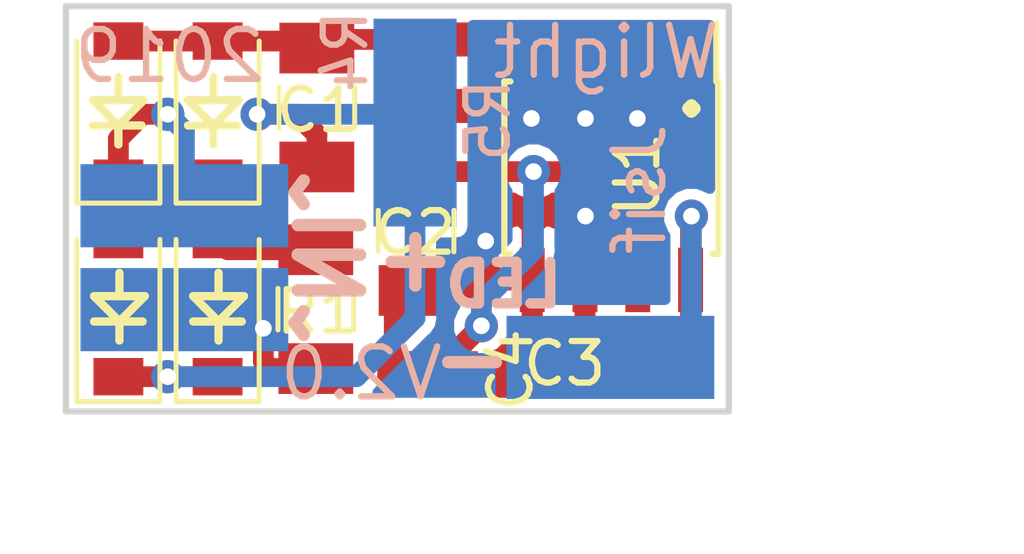
<source format=kicad_pcb>
(kicad_pcb (version 20171130) (host pcbnew "(5.0.0)")

  (general
    (thickness 1.6)
    (drawings 43)
    (tracks 79)
    (zones 0)
    (modules 16)
    (nets 8)
  )

  (page A4)
  (layers
    (0 F.Cu signal)
    (31 B.Cu signal)
    (32 B.Adhes user)
    (33 F.Adhes user)
    (34 B.Paste user)
    (35 F.Paste user)
    (36 B.SilkS user)
    (37 F.SilkS user)
    (38 B.Mask user)
    (39 F.Mask user)
    (40 Dwgs.User user)
    (41 Cmts.User user)
    (42 Eco1.User user)
    (43 Eco2.User user)
    (44 Edge.Cuts user)
    (45 Margin user)
    (46 B.CrtYd user)
    (47 F.CrtYd user)
    (48 B.Fab user hide)
    (49 F.Fab user hide)
  )

  (setup
    (last_trace_width 0.2)
    (user_trace_width 0.2)
    (user_trace_width 0.25)
    (user_trace_width 0.5)
    (trace_clearance 0.2)
    (zone_clearance 0.254)
    (zone_45_only yes)
    (trace_min 0.2)
    (segment_width 0.2)
    (edge_width 0.15)
    (via_size 1)
    (via_drill 0.6)
    (via_min_size 0.5)
    (via_min_drill 0.3)
    (user_via 0.8 0.4)
    (uvia_size 0.3)
    (uvia_drill 0.1)
    (uvias_allowed no)
    (uvia_min_size 0.2)
    (uvia_min_drill 0.1)
    (pcb_text_width 0.3)
    (pcb_text_size 1.5 1.5)
    (mod_edge_width 0.15)
    (mod_text_size 1 1)
    (mod_text_width 0.15)
    (pad_size 5 2)
    (pad_drill 0)
    (pad_to_mask_clearance 0.2)
    (aux_axis_origin 0 0)
    (visible_elements 7FFCFFFF)
    (pcbplotparams
      (layerselection 0x010fc_ffffffff)
      (usegerberextensions false)
      (usegerberattributes false)
      (usegerberadvancedattributes false)
      (creategerberjobfile false)
      (excludeedgelayer true)
      (linewidth 0.100000)
      (plotframeref false)
      (viasonmask false)
      (mode 1)
      (useauxorigin false)
      (hpglpennumber 1)
      (hpglpenspeed 20)
      (hpglpendiameter 15.000000)
      (psnegative false)
      (psa4output false)
      (plotreference true)
      (plotvalue true)
      (plotinvisibletext false)
      (padsonsilk false)
      (subtractmaskfromsilk false)
      (outputformat 1)
      (mirror false)
      (drillshape 0)
      (scaleselection 1)
      (outputdirectory "ModeltrainWagonLight2/"))
  )

  (net 0 "")
  (net 1 "Net-(C1-Pad1)")
  (net 2 "Net-(D1-Pad2)")
  (net 3 "Net-(D2-Pad2)")
  (net 4 "Net-(J1-Pad1)")
  (net 5 "Net-(C2-Pad1)")
  (net 6 "Net-(C3-Pad1)")
  (net 7 GND)

  (net_class Default "This is the default net class."
    (clearance 0.2)
    (trace_width 0.5)
    (via_dia 1)
    (via_drill 0.6)
    (uvia_dia 0.3)
    (uvia_drill 0.1)
    (add_net GND)
    (add_net "Net-(C1-Pad1)")
    (add_net "Net-(C2-Pad1)")
    (add_net "Net-(C3-Pad1)")
    (add_net "Net-(D1-Pad2)")
    (add_net "Net-(D2-Pad2)")
    (add_net "Net-(J1-Pad1)")
  )

  (net_class drawing ""
    (clearance 0.2)
    (trace_width 0.2)
    (via_dia 1)
    (via_drill 0.6)
    (uvia_dia 0.3)
    (uvia_drill 0.1)
  )

  (module Contact_fingers:Pin_Header_Straight_1x01_Pitch1.00mm (layer F.Cu) (tedit 5C118A79) (tstamp 5AC492DF)
    (at 203.1 119.5)
    (descr "Through hole straight pin header, 1x01, 1.00mm pitch, single row")
    (tags "Through hole pin header THT 1x01 1.00mm single row")
    (path /5ABBC139)
    (fp_text reference J4 (at 3.683 0) (layer F.SilkS) hide
      (effects (font (size 1 1) (thickness 0.15)))
    )
    (fp_text value Conn_01x01 (at 0 1.56) (layer F.Fab)
      (effects (font (size 1 1) (thickness 0.15)))
    )
    (fp_line (start -1.15 -1) (end -1.15 1) (layer F.CrtYd) (width 0.05))
    (fp_line (start -1.15 1) (end 1.15 1) (layer F.CrtYd) (width 0.05))
    (fp_line (start 1.15 1) (end 1.15 -1) (layer F.CrtYd) (width 0.05))
    (fp_line (start 1.15 -1) (end -1.15 -1) (layer F.CrtYd) (width 0.05))
    (fp_poly (pts (xy -2.4 -0.9) (xy 2.4 -0.9) (xy 2.4 0.9) (xy -2.4 0.9)) (layer B.Mask) (width 0.15))
    (fp_poly (pts (xy 2.159 -0.635) (xy -2.159 -0.635) (xy -2.159 0.635) (xy 2.159 0.635)) (layer B.Paste) (width 0.15))
    (pad 1 smd rect (at 0 0) (size 5 2) (layers B.Cu)
      (net 6 "Net-(C3-Pad1)"))
    (model ${KISYS3DMOD}/Pin_Headers.3dshapes/Pin_Header_Straight_1x01_Pitch1.00mm.wrl
      (at (xyz 0 0 0))
      (scale (xyz 1 1 1))
      (rotate (xyz 0 0 0))
    )
  )

  (module Contact_fingers:Pin_Header_Straight_1x01_Pitch1.00mm (layer F.Cu) (tedit 5C118A66) (tstamp 5C10E821)
    (at 198.4 113.85 270)
    (descr "Through hole straight pin header, 1x01, 1.00mm pitch, single row")
    (tags "Through hole pin header THT 1x01 1.00mm single row")
    (path /5ABBC0DE)
    (fp_text reference J3 (at 4.953 0) (layer F.SilkS) hide
      (effects (font (size 1 1) (thickness 0.15)))
    )
    (fp_text value Conn_01x01 (at 0 1.56 270) (layer F.Fab)
      (effects (font (size 1 1) (thickness 0.15)))
    )
    (fp_line (start -1.15 -1) (end -1.15 1) (layer F.CrtYd) (width 0.05))
    (fp_line (start -1.15 1) (end 1.15 1) (layer F.CrtYd) (width 0.05))
    (fp_line (start 1.15 1) (end 1.15 -1) (layer F.CrtYd) (width 0.05))
    (fp_line (start 1.15 -1) (end -1.15 -1) (layer F.CrtYd) (width 0.05))
    (fp_poly (pts (xy -2.4 -0.9) (xy 2.4 -0.9) (xy 2.4 0.9) (xy -2.4 0.9)) (layer B.Mask) (width 0.15))
    (fp_poly (pts (xy -2.159 -0.635) (xy 2.159 -0.635) (xy 2.159 0.635) (xy -2.159 0.635)) (layer B.Paste) (width 0.15))
    (pad 1 smd rect (at 0 0 270) (size 5 2) (layers B.Cu)
      (net 1 "Net-(C1-Pad1)"))
    (model ${KISYS3DMOD}/Pin_Headers.3dshapes/Pin_Header_Straight_1x01_Pitch1.00mm.wrl
      (at (xyz 0 0 0))
      (scale (xyz 1 1 1))
      (rotate (xyz 0 0 0))
    )
  )

  (module Contact_fingers:Pin_Header_Straight_1x01_Pitch1.00mm (layer F.Cu) (tedit 5C118A54) (tstamp 5C11C486)
    (at 192.85 118.35)
    (descr "Through hole straight pin header, 1x01, 1.00mm pitch, single row")
    (tags "Through hole pin header THT 1x01 1.00mm single row")
    (path /5ABBBE6F)
    (fp_text reference J1 (at 4.572 -0.254) (layer F.SilkS) hide
      (effects (font (size 1 1) (thickness 0.15)))
    )
    (fp_text value Conn_01x01 (at 0 1.56) (layer F.Fab)
      (effects (font (size 1 1) (thickness 0.15)))
    )
    (fp_line (start -1.15 -1) (end -1.15 1) (layer F.CrtYd) (width 0.05))
    (fp_line (start -1.15 1) (end 1.15 1) (layer F.CrtYd) (width 0.05))
    (fp_line (start 1.15 1) (end 1.15 -1) (layer F.CrtYd) (width 0.05))
    (fp_line (start 1.15 -1) (end -1.15 -1) (layer F.CrtYd) (width 0.05))
    (fp_poly (pts (xy -2.4 -0.9) (xy 2.4 -0.9) (xy 2.4 0.9) (xy -2.4 0.9)) (layer B.Mask) (width 0.15))
    (fp_poly (pts (xy -2.159 -0.635) (xy 2.159 -0.635) (xy 2.159 0.635) (xy -2.159 0.635)) (layer B.Paste) (width 0.15))
    (pad 1 smd rect (at 0 0) (size 5 2) (layers B.Cu)
      (net 4 "Net-(J1-Pad1)"))
    (model ${KISYS3DMOD}/Pin_Headers.3dshapes/Pin_Header_Straight_1x01_Pitch1.00mm.wrl
      (at (xyz 0 0 0))
      (scale (xyz 1 1 1))
      (rotate (xyz 0 0 0))
    )
  )

  (module Contact_fingers:Pin_Header_Straight_1x01_Pitch1.00mm (layer F.Cu) (tedit 5C118A42) (tstamp 5C10CCE0)
    (at 192.85 115.85)
    (descr "Through hole straight pin header, 1x01, 1.00mm pitch, single row")
    (tags "Through hole pin header THT 1x01 1.00mm single row")
    (path /5ABBBEC0)
    (fp_text reference J2 (at 4.572 0) (layer F.SilkS) hide
      (effects (font (size 1 1) (thickness 0.15)))
    )
    (fp_text value Conn_01x01 (at 0 1.56) (layer F.Fab)
      (effects (font (size 1 1) (thickness 0.15)))
    )
    (fp_line (start -1.15 -1) (end -1.15 1) (layer F.CrtYd) (width 0.05))
    (fp_line (start -1.15 1) (end 1.15 1) (layer F.CrtYd) (width 0.05))
    (fp_line (start 1.15 1) (end 1.15 -1) (layer F.CrtYd) (width 0.05))
    (fp_line (start 1.15 -1) (end -1.15 -1) (layer F.CrtYd) (width 0.05))
    (fp_poly (pts (xy 2.4 -0.9) (xy -2.4 -0.9) (xy -2.4 0.9) (xy 2.4 0.9)) (layer B.Mask) (width 0.15))
    (fp_poly (pts (xy -2.159 -0.635) (xy 2.159 -0.635) (xy 2.159 0.635) (xy -2.159 0.635)) (layer B.Paste) (width 0.15))
    (pad 1 smd rect (at 0 0) (size 5 2) (layers B.Cu)
      (net 3 "Net-(D2-Pad2)"))
    (model ${KISYS3DMOD}/Pin_Headers.3dshapes/Pin_Header_Straight_1x01_Pitch1.00mm.wrl
      (at (xyz 0 0 0))
      (scale (xyz 1 1 1))
      (rotate (xyz 0 0 0))
    )
  )

  (module Diodes_SMD:D_SOD-123 (layer F.Cu) (tedit 5C10CB47) (tstamp 5AC3857C)
    (at 193.6496 113.538 90)
    (descr SOD-123)
    (tags SOD-123)
    (path /5C10E9F9)
    (attr smd)
    (fp_text reference D3 (at 3.683 0 90) (layer F.SilkS) hide
      (effects (font (size 1 1) (thickness 0.15)))
    )
    (fp_text value STPS0540Z (at 0 2.1 90) (layer F.Fab)
      (effects (font (size 1 1) (thickness 0.15)))
    )
    (fp_line (start -2.25 -1) (end -2.25 1) (layer F.SilkS) (width 0.12))
    (fp_line (start 0.25 0) (end 0.75 0) (layer F.Fab) (width 0.1))
    (fp_line (start 0.25 0.4) (end -0.35 0) (layer F.Fab) (width 0.1))
    (fp_line (start 0.25 -0.4) (end 0.25 0.4) (layer F.Fab) (width 0.1))
    (fp_line (start -0.35 0) (end 0.25 -0.4) (layer F.Fab) (width 0.1))
    (fp_line (start -0.35 0) (end -0.35 0.55) (layer F.Fab) (width 0.1))
    (fp_line (start -0.35 0) (end -0.35 -0.55) (layer F.Fab) (width 0.1))
    (fp_line (start -0.75 0) (end -0.35 0) (layer F.Fab) (width 0.1))
    (fp_line (start -1.4 0.9) (end -1.4 -0.9) (layer F.Fab) (width 0.1))
    (fp_line (start 1.4 0.9) (end -1.4 0.9) (layer F.Fab) (width 0.1))
    (fp_line (start 1.4 -0.9) (end 1.4 0.9) (layer F.Fab) (width 0.1))
    (fp_line (start -1.4 -0.9) (end 1.4 -0.9) (layer F.Fab) (width 0.1))
    (fp_line (start -2.35 -1.15) (end 2.35 -1.15) (layer F.CrtYd) (width 0.05))
    (fp_line (start 2.35 -1.15) (end 2.35 1.15) (layer F.CrtYd) (width 0.05))
    (fp_line (start 2.35 1.15) (end -2.35 1.15) (layer F.CrtYd) (width 0.05))
    (fp_line (start -2.35 -1.15) (end -2.35 1.15) (layer F.CrtYd) (width 0.05))
    (fp_line (start -2.25 1) (end 1.65 1) (layer F.SilkS) (width 0.12))
    (fp_line (start -2.25 -1) (end 1.65 -1) (layer F.SilkS) (width 0.12))
    (pad 1 smd rect (at -1.65 0 90) (size 0.9 1.2) (layers F.Cu F.Paste F.Mask)
      (net 2 "Net-(D1-Pad2)"))
    (pad 2 smd rect (at 1.65 0 90) (size 0.9 1.2) (layers F.Cu F.Paste F.Mask)
      (net 7 GND))
    (model ${KISYS3DMOD}/Diode_SMD.3dshapes/D_SOD-123.wrl
      (at (xyz 0 0 0))
      (scale (xyz 1 1 1))
      (rotate (xyz 0 0 0))
    )
  )

  (module Diodes_SMD:D_SOD-123 (layer F.Cu) (tedit 5C10CB42) (tstamp 5AC38581)
    (at 191.262 113.538 90)
    (descr SOD-123)
    (tags SOD-123)
    (path /5C10EA75)
    (attr smd)
    (fp_text reference D4 (at 3.683 0 90) (layer F.SilkS) hide
      (effects (font (size 1 1) (thickness 0.15)))
    )
    (fp_text value STPS0540Z (at 0 2.1 90) (layer F.Fab)
      (effects (font (size 1 1) (thickness 0.15)))
    )
    (fp_line (start -2.25 -1) (end -2.25 1) (layer F.SilkS) (width 0.12))
    (fp_line (start 0.25 0) (end 0.75 0) (layer F.Fab) (width 0.1))
    (fp_line (start 0.25 0.4) (end -0.35 0) (layer F.Fab) (width 0.1))
    (fp_line (start 0.25 -0.4) (end 0.25 0.4) (layer F.Fab) (width 0.1))
    (fp_line (start -0.35 0) (end 0.25 -0.4) (layer F.Fab) (width 0.1))
    (fp_line (start -0.35 0) (end -0.35 0.55) (layer F.Fab) (width 0.1))
    (fp_line (start -0.35 0) (end -0.35 -0.55) (layer F.Fab) (width 0.1))
    (fp_line (start -0.75 0) (end -0.35 0) (layer F.Fab) (width 0.1))
    (fp_line (start -1.4 0.9) (end -1.4 -0.9) (layer F.Fab) (width 0.1))
    (fp_line (start 1.4 0.9) (end -1.4 0.9) (layer F.Fab) (width 0.1))
    (fp_line (start 1.4 -0.9) (end 1.4 0.9) (layer F.Fab) (width 0.1))
    (fp_line (start -1.4 -0.9) (end 1.4 -0.9) (layer F.Fab) (width 0.1))
    (fp_line (start -2.35 -1.15) (end 2.35 -1.15) (layer F.CrtYd) (width 0.05))
    (fp_line (start 2.35 -1.15) (end 2.35 1.15) (layer F.CrtYd) (width 0.05))
    (fp_line (start 2.35 1.15) (end -2.35 1.15) (layer F.CrtYd) (width 0.05))
    (fp_line (start -2.35 -1.15) (end -2.35 1.15) (layer F.CrtYd) (width 0.05))
    (fp_line (start -2.25 1) (end 1.65 1) (layer F.SilkS) (width 0.12))
    (fp_line (start -2.25 -1) (end 1.65 -1) (layer F.SilkS) (width 0.12))
    (pad 1 smd rect (at -1.65 0 90) (size 0.9 1.2) (layers F.Cu F.Paste F.Mask)
      (net 3 "Net-(D2-Pad2)"))
    (pad 2 smd rect (at 1.65 0 90) (size 0.9 1.2) (layers F.Cu F.Paste F.Mask)
      (net 7 GND))
    (model ${KISYS3DMOD}/Diode_SMD.3dshapes/D_SOD-123.wrl
      (at (xyz 0 0 0))
      (scale (xyz 1 1 1))
      (rotate (xyz 0 0 0))
    )
  )

  (module Capacitor_SMD:C_1206_3216Metric (layer F.Cu) (tedit 5C11872D) (tstamp 5C11A43E)
    (at 196.0372 113.4872 90)
    (descr "Capacitor SMD 1206 (3216 Metric), square (rectangular) end terminal, IPC_7351 nominal, (Body size source: http://www.tortai-tech.com/upload/download/2011102023233369053.pdf), generated with kicad-footprint-generator")
    (tags capacitor)
    (path /5C1828A9)
    (attr smd)
    (fp_text reference C1 (at -0.0628 0.0128 180) (layer F.SilkS)
      (effects (font (size 1 1) (thickness 0.15)))
    )
    (fp_text value 22u (at 0 1.85 90) (layer F.Fab)
      (effects (font (size 1 1) (thickness 0.15)))
    )
    (fp_line (start -1.6 0.8) (end -1.6 -0.8) (layer F.Fab) (width 0.1))
    (fp_line (start -1.6 -0.8) (end 1.6 -0.8) (layer F.Fab) (width 0.1))
    (fp_line (start 1.6 -0.8) (end 1.6 0.8) (layer F.Fab) (width 0.1))
    (fp_line (start 1.6 0.8) (end -1.6 0.8) (layer F.Fab) (width 0.1))
    (fp_line (start -0.5 -0.91) (end 0.5 -0.91) (layer F.SilkS) (width 0.12))
    (fp_line (start -0.5 0.91) (end 0.5 0.91) (layer F.SilkS) (width 0.12))
    (fp_line (start -2.29 1.15) (end -2.29 -1.15) (layer F.CrtYd) (width 0.05))
    (fp_line (start -2.29 -1.15) (end 2.29 -1.15) (layer F.CrtYd) (width 0.05))
    (fp_line (start 2.29 -1.15) (end 2.29 1.15) (layer F.CrtYd) (width 0.05))
    (fp_line (start 2.29 1.15) (end -2.29 1.15) (layer F.CrtYd) (width 0.05))
    (fp_text user %R (at 0 0 90) (layer F.Fab)
      (effects (font (size 0.8 0.8) (thickness 0.12)))
    )
    (pad 1 smd rect (at -1.43 0 90) (size 1.22 1.8) (layers F.Cu F.Paste F.Mask)
      (net 1 "Net-(C1-Pad1)"))
    (pad 2 smd rect (at 1.43 0 90) (size 1.22 1.8) (layers F.Cu F.Paste F.Mask)
      (net 7 GND))
    (model ${KISYS3DMOD}/Capacitor_SMD.3dshapes/C_1206_3216Metric.wrl
      (at (xyz 0 0 0))
      (scale (xyz 1 1 1))
      (rotate (xyz 0 0 0))
    )
  )

  (module Capacitor_SMD:C_1206_3216Metric (layer F.Cu) (tedit 5AC5DB74) (tstamp 5C11A44E)
    (at 198.4248 116.459 270)
    (descr "Capacitor SMD 1206 (3216 Metric), square (rectangular) end terminal, IPC_7351 nominal, (Body size source: http://www.tortai-tech.com/upload/download/2011102023233369053.pdf), generated with kicad-footprint-generator")
    (tags capacitor)
    (path /5C182A5F)
    (attr smd)
    (fp_text reference C2 (at 0.041 0.0248) (layer F.SilkS)
      (effects (font (size 1 1) (thickness 0.15)))
    )
    (fp_text value 22u (at 0 1.85 270) (layer F.Fab)
      (effects (font (size 1 1) (thickness 0.15)))
    )
    (fp_text user %R (at 0 0 270) (layer F.Fab)
      (effects (font (size 0.8 0.8) (thickness 0.12)))
    )
    (fp_line (start 2.29 1.15) (end -2.29 1.15) (layer F.CrtYd) (width 0.05))
    (fp_line (start 2.29 -1.15) (end 2.29 1.15) (layer F.CrtYd) (width 0.05))
    (fp_line (start -2.29 -1.15) (end 2.29 -1.15) (layer F.CrtYd) (width 0.05))
    (fp_line (start -2.29 1.15) (end -2.29 -1.15) (layer F.CrtYd) (width 0.05))
    (fp_line (start -0.5 0.91) (end 0.5 0.91) (layer F.SilkS) (width 0.12))
    (fp_line (start -0.5 -0.91) (end 0.5 -0.91) (layer F.SilkS) (width 0.12))
    (fp_line (start 1.6 0.8) (end -1.6 0.8) (layer F.Fab) (width 0.1))
    (fp_line (start 1.6 -0.8) (end 1.6 0.8) (layer F.Fab) (width 0.1))
    (fp_line (start -1.6 -0.8) (end 1.6 -0.8) (layer F.Fab) (width 0.1))
    (fp_line (start -1.6 0.8) (end -1.6 -0.8) (layer F.Fab) (width 0.1))
    (pad 2 smd rect (at 1.43 0 270) (size 1.22 1.8) (layers F.Cu F.Paste F.Mask)
      (net 7 GND))
    (pad 1 smd rect (at -1.43 0 270) (size 1.22 1.8) (layers F.Cu F.Paste F.Mask)
      (net 5 "Net-(C2-Pad1)"))
    (model ${KISYS3DMOD}/Capacitor_SMD.3dshapes/C_1206_3216Metric.wrl
      (at (xyz 0 0 0))
      (scale (xyz 1 1 1))
      (rotate (xyz 0 0 0))
    )
  )

  (module Diode_SMD:D_SOD-123 (layer F.Cu) (tedit 5C11837E) (tstamp 5C11A47E)
    (at 193.6496 118.3132 90)
    (descr SOD-123)
    (tags SOD-123)
    (path /5A9520CA)
    (attr smd)
    (fp_text reference D1 (at -3.3868 0.0004 180) (layer F.SilkS) hide
      (effects (font (size 1 1) (thickness 0.15)))
    )
    (fp_text value STPS0540Z (at 0 2.1 90) (layer F.Fab)
      (effects (font (size 1 1) (thickness 0.15)))
    )
    (fp_line (start -2.25 -1) (end 1.65 -1) (layer F.SilkS) (width 0.12))
    (fp_line (start -2.25 1) (end 1.65 1) (layer F.SilkS) (width 0.12))
    (fp_line (start -2.35 -1.15) (end -2.35 1.15) (layer F.CrtYd) (width 0.05))
    (fp_line (start 2.35 1.15) (end -2.35 1.15) (layer F.CrtYd) (width 0.05))
    (fp_line (start 2.35 -1.15) (end 2.35 1.15) (layer F.CrtYd) (width 0.05))
    (fp_line (start -2.35 -1.15) (end 2.35 -1.15) (layer F.CrtYd) (width 0.05))
    (fp_line (start -1.4 -0.9) (end 1.4 -0.9) (layer F.Fab) (width 0.1))
    (fp_line (start 1.4 -0.9) (end 1.4 0.9) (layer F.Fab) (width 0.1))
    (fp_line (start 1.4 0.9) (end -1.4 0.9) (layer F.Fab) (width 0.1))
    (fp_line (start -1.4 0.9) (end -1.4 -0.9) (layer F.Fab) (width 0.1))
    (fp_line (start -0.75 0) (end -0.35 0) (layer F.Fab) (width 0.1))
    (fp_line (start -0.35 0) (end -0.35 -0.55) (layer F.Fab) (width 0.1))
    (fp_line (start -0.35 0) (end -0.35 0.55) (layer F.Fab) (width 0.1))
    (fp_line (start -0.35 0) (end 0.25 -0.4) (layer F.Fab) (width 0.1))
    (fp_line (start 0.25 -0.4) (end 0.25 0.4) (layer F.Fab) (width 0.1))
    (fp_line (start 0.25 0.4) (end -0.35 0) (layer F.Fab) (width 0.1))
    (fp_line (start 0.25 0) (end 0.75 0) (layer F.Fab) (width 0.1))
    (fp_line (start -2.25 -1) (end -2.25 1) (layer F.SilkS) (width 0.12))
    (fp_text user %R (at 0 -2 90) (layer F.Fab)
      (effects (font (size 1 1) (thickness 0.15)))
    )
    (pad 2 smd rect (at 1.65 0 90) (size 0.9 1.2) (layers F.Cu F.Paste F.Mask)
      (net 2 "Net-(D1-Pad2)"))
    (pad 1 smd rect (at -1.65 0 90) (size 0.9 1.2) (layers F.Cu F.Paste F.Mask)
      (net 1 "Net-(C1-Pad1)"))
    (model ${KISYS3DMOD}/Diode_SMD.3dshapes/D_SOD-123.wrl
      (at (xyz 0 0 0))
      (scale (xyz 1 1 1))
      (rotate (xyz 0 0 0))
    )
  )

  (module Diode_SMD:D_SOD-123 (layer F.Cu) (tedit 58645DC7) (tstamp 5C11A496)
    (at 191.262 118.3132 90)
    (descr SOD-123)
    (tags SOD-123)
    (path /5C10E997)
    (attr smd)
    (fp_text reference D2 (at -3.5306 0 180) (layer F.SilkS) hide
      (effects (font (size 1 1) (thickness 0.15)))
    )
    (fp_text value STPS0540Z (at 0 2.1 90) (layer F.Fab)
      (effects (font (size 1 1) (thickness 0.15)))
    )
    (fp_text user %R (at 0 -2 90) (layer F.Fab)
      (effects (font (size 1 1) (thickness 0.15)))
    )
    (fp_line (start -2.25 -1) (end -2.25 1) (layer F.SilkS) (width 0.12))
    (fp_line (start 0.25 0) (end 0.75 0) (layer F.Fab) (width 0.1))
    (fp_line (start 0.25 0.4) (end -0.35 0) (layer F.Fab) (width 0.1))
    (fp_line (start 0.25 -0.4) (end 0.25 0.4) (layer F.Fab) (width 0.1))
    (fp_line (start -0.35 0) (end 0.25 -0.4) (layer F.Fab) (width 0.1))
    (fp_line (start -0.35 0) (end -0.35 0.55) (layer F.Fab) (width 0.1))
    (fp_line (start -0.35 0) (end -0.35 -0.55) (layer F.Fab) (width 0.1))
    (fp_line (start -0.75 0) (end -0.35 0) (layer F.Fab) (width 0.1))
    (fp_line (start -1.4 0.9) (end -1.4 -0.9) (layer F.Fab) (width 0.1))
    (fp_line (start 1.4 0.9) (end -1.4 0.9) (layer F.Fab) (width 0.1))
    (fp_line (start 1.4 -0.9) (end 1.4 0.9) (layer F.Fab) (width 0.1))
    (fp_line (start -1.4 -0.9) (end 1.4 -0.9) (layer F.Fab) (width 0.1))
    (fp_line (start -2.35 -1.15) (end 2.35 -1.15) (layer F.CrtYd) (width 0.05))
    (fp_line (start 2.35 -1.15) (end 2.35 1.15) (layer F.CrtYd) (width 0.05))
    (fp_line (start 2.35 1.15) (end -2.35 1.15) (layer F.CrtYd) (width 0.05))
    (fp_line (start -2.35 -1.15) (end -2.35 1.15) (layer F.CrtYd) (width 0.05))
    (fp_line (start -2.25 1) (end 1.65 1) (layer F.SilkS) (width 0.12))
    (fp_line (start -2.25 -1) (end 1.65 -1) (layer F.SilkS) (width 0.12))
    (pad 1 smd rect (at -1.65 0 90) (size 0.9 1.2) (layers F.Cu F.Paste F.Mask)
      (net 1 "Net-(C1-Pad1)"))
    (pad 2 smd rect (at 1.65 0 90) (size 0.9 1.2) (layers F.Cu F.Paste F.Mask)
      (net 3 "Net-(D2-Pad2)"))
    (model ${KISYS3DMOD}/Diode_SMD.3dshapes/D_SOD-123.wrl
      (at (xyz 0 0 0))
      (scale (xyz 1 1 1))
      (rotate (xyz 0 0 0))
    )
  )

  (module Package_SO:SOIC-8_3.9x4.9mm_P1.27mm (layer F.Cu) (tedit 5A02F2D3) (tstamp 5C11BD4E)
    (at 203.1238 114.935 270)
    (descr "8-Lead Plastic Small Outline (SN) - Narrow, 3.90 mm Body [SOIC] (see Microchip Packaging Specification 00000049BS.pdf)")
    (tags "SOIC 1.27")
    (path /5AC38140)
    (attr smd)
    (fp_text reference U1 (at 0.165 -0.6262 270) (layer F.SilkS)
      (effects (font (size 1 1) (thickness 0.15)))
    )
    (fp_text value LP2951DR (at 0 3.5 270) (layer F.Fab)
      (effects (font (size 1 1) (thickness 0.15)))
    )
    (fp_text user %R (at 0 0 270) (layer F.Fab)
      (effects (font (size 1 1) (thickness 0.15)))
    )
    (fp_line (start -0.95 -2.45) (end 1.95 -2.45) (layer F.Fab) (width 0.1))
    (fp_line (start 1.95 -2.45) (end 1.95 2.45) (layer F.Fab) (width 0.1))
    (fp_line (start 1.95 2.45) (end -1.95 2.45) (layer F.Fab) (width 0.1))
    (fp_line (start -1.95 2.45) (end -1.95 -1.45) (layer F.Fab) (width 0.1))
    (fp_line (start -1.95 -1.45) (end -0.95 -2.45) (layer F.Fab) (width 0.1))
    (fp_line (start -3.73 -2.7) (end -3.73 2.7) (layer F.CrtYd) (width 0.05))
    (fp_line (start 3.73 -2.7) (end 3.73 2.7) (layer F.CrtYd) (width 0.05))
    (fp_line (start -3.73 -2.7) (end 3.73 -2.7) (layer F.CrtYd) (width 0.05))
    (fp_line (start -3.73 2.7) (end 3.73 2.7) (layer F.CrtYd) (width 0.05))
    (fp_line (start -2.075 -2.575) (end -2.075 -2.525) (layer F.SilkS) (width 0.15))
    (fp_line (start 2.075 -2.575) (end 2.075 -2.43) (layer F.SilkS) (width 0.15))
    (fp_line (start 2.075 2.575) (end 2.075 2.43) (layer F.SilkS) (width 0.15))
    (fp_line (start -2.075 2.575) (end -2.075 2.43) (layer F.SilkS) (width 0.15))
    (fp_line (start -2.075 -2.575) (end 2.075 -2.575) (layer F.SilkS) (width 0.15))
    (fp_line (start -2.075 2.575) (end 2.075 2.575) (layer F.SilkS) (width 0.15))
    (fp_line (start -2.075 -2.525) (end -3.475 -2.525) (layer F.SilkS) (width 0.15))
    (pad 1 smd rect (at -2.7 -1.905 270) (size 1.55 0.6) (layers F.Cu F.Paste F.Mask)
      (net 5 "Net-(C2-Pad1)"))
    (pad 2 smd rect (at -2.7 -0.635 270) (size 1.55 0.6) (layers F.Cu F.Paste F.Mask)
      (net 7 GND))
    (pad 3 smd rect (at -2.7 0.635 270) (size 1.55 0.6) (layers F.Cu F.Paste F.Mask)
      (net 7 GND))
    (pad 4 smd rect (at -2.7 1.905 270) (size 1.55 0.6) (layers F.Cu F.Paste F.Mask)
      (net 7 GND))
    (pad 5 smd rect (at 2.7 1.905 270) (size 1.55 0.6) (layers F.Cu F.Paste F.Mask)
      (net 7 GND))
    (pad 6 smd rect (at 2.7 0.635 270) (size 1.55 0.6) (layers F.Cu F.Paste F.Mask)
      (net 7 GND))
    (pad 7 smd rect (at 2.7 -0.635 270) (size 1.55 0.6) (layers F.Cu F.Paste F.Mask)
      (net 5 "Net-(C2-Pad1)"))
    (pad 8 smd rect (at 2.7 -1.905 270) (size 1.55 0.6) (layers F.Cu F.Paste F.Mask)
      (net 6 "Net-(C3-Pad1)"))
    (model ${KISYS3DMOD}/Package_SO.3dshapes/SOIC-8_3.9x4.9mm_P1.27mm.wrl
      (at (xyz 0 0 0))
      (scale (xyz 1 1 1))
      (rotate (xyz 0 0 0))
    )
  )

  (module Resistor_SMD:R_0603_1608Metric (layer F.Cu) (tedit 5C1183D8) (tstamp 5C118EC5)
    (at 198.0184 112.649 270)
    (descr "Resistor SMD 0603 (1608 Metric), square (rectangular) end terminal, IPC_7351 nominal, (Body size source: http://www.tortai-tech.com/upload/download/2011102023233369053.pdf), generated with kicad-footprint-generator")
    (tags resistor)
    (path /5AB3A528)
    (attr smd)
    (fp_text reference R4 (at -0.508 1.2954 270) (layer B.SilkS)
      (effects (font (size 1 1) (thickness 0.15)) (justify mirror))
    )
    (fp_text value 470E (at 0 1.45 270) (layer F.Fab)
      (effects (font (size 1 1) (thickness 0.15)))
    )
    (fp_text user %R (at 0 0 270) (layer F.Fab)
      (effects (font (size 0.4 0.4) (thickness 0.06)))
    )
    (fp_line (start 1.46 0.75) (end -1.46 0.75) (layer F.CrtYd) (width 0.05))
    (fp_line (start 1.46 -0.75) (end 1.46 0.75) (layer F.CrtYd) (width 0.05))
    (fp_line (start -1.46 -0.75) (end 1.46 -0.75) (layer F.CrtYd) (width 0.05))
    (fp_line (start -1.46 0.75) (end -1.46 -0.75) (layer F.CrtYd) (width 0.05))
    (fp_line (start 0.8 0.4) (end -0.8 0.4) (layer F.Fab) (width 0.1))
    (fp_line (start 0.8 -0.4) (end 0.8 0.4) (layer F.Fab) (width 0.1))
    (fp_line (start -0.8 -0.4) (end 0.8 -0.4) (layer F.Fab) (width 0.1))
    (fp_line (start -0.8 0.4) (end -0.8 -0.4) (layer F.Fab) (width 0.1))
    (pad 2 smd rect (at 0.8 0 270) (size 0.82 1) (layers F.Cu F.Paste F.Mask)
      (net 5 "Net-(C2-Pad1)"))
    (pad 1 smd rect (at -0.8 0 270) (size 0.82 1) (layers F.Cu F.Paste F.Mask)
      (net 7 GND))
    (model ${KISYS3DMOD}/Resistor_SMD.3dshapes/R_0603_1608Metric.wrl
      (at (xyz 0 0 0))
      (scale (xyz 1 1 1))
      (rotate (xyz 0 0 0))
    )
  )

  (module Resistor_SMD:R_0603_1608Metric (layer F.Cu) (tedit 5C1183DC) (tstamp 5C11B163)
    (at 199.5932 112.649 270)
    (descr "Resistor SMD 0603 (1608 Metric), square (rectangular) end terminal, IPC_7351 nominal, (Body size source: http://www.tortai-tech.com/upload/download/2011102023233369053.pdf), generated with kicad-footprint-generator")
    (tags resistor)
    (path /5ABB5CE8)
    (attr smd)
    (fp_text reference R5 (at 1.143 -0.5588 270) (layer B.SilkS)
      (effects (font (size 1 1) (thickness 0.15)) (justify mirror))
    )
    (fp_text value NP (at 0 1.45 270) (layer F.Fab)
      (effects (font (size 1 1) (thickness 0.15)))
    )
    (fp_line (start -0.8 0.4) (end -0.8 -0.4) (layer F.Fab) (width 0.1))
    (fp_line (start -0.8 -0.4) (end 0.8 -0.4) (layer F.Fab) (width 0.1))
    (fp_line (start 0.8 -0.4) (end 0.8 0.4) (layer F.Fab) (width 0.1))
    (fp_line (start 0.8 0.4) (end -0.8 0.4) (layer F.Fab) (width 0.1))
    (fp_line (start -1.46 0.75) (end -1.46 -0.75) (layer F.CrtYd) (width 0.05))
    (fp_line (start -1.46 -0.75) (end 1.46 -0.75) (layer F.CrtYd) (width 0.05))
    (fp_line (start 1.46 -0.75) (end 1.46 0.75) (layer F.CrtYd) (width 0.05))
    (fp_line (start 1.46 0.75) (end -1.46 0.75) (layer F.CrtYd) (width 0.05))
    (fp_text user %R (at 0 0 270) (layer F.Fab)
      (effects (font (size 0.4 0.4) (thickness 0.06)))
    )
    (pad 1 smd rect (at -0.8 0 270) (size 0.82 1) (layers F.Cu F.Paste F.Mask)
      (net 7 GND))
    (pad 2 smd rect (at 0.8 0 270) (size 0.82 1) (layers F.Cu F.Paste F.Mask)
      (net 5 "Net-(C2-Pad1)"))
    (model ${KISYS3DMOD}/Resistor_SMD.3dshapes/R_0603_1608Metric.wrl
      (at (xyz 0 0 0))
      (scale (xyz 1 1 1))
      (rotate (xyz 0 0 0))
    )
  )

  (module Capacitor_SMD:C_0603_1608Metric (layer F.Cu) (tedit 5AC5DB74) (tstamp 5C11BCEC)
    (at 204.3684 119.507 180)
    (descr "Capacitor SMD 0603 (1608 Metric), square (rectangular) end terminal, IPC_7351 nominal, (Body size source: http://www.tortai-tech.com/upload/download/2011102023233369053.pdf), generated with kicad-footprint-generator")
    (tags capacitor)
    (path /5AC4A12F)
    (attr smd)
    (fp_text reference C3 (at 2.3684 -0.143 180) (layer F.SilkS)
      (effects (font (size 1 1) (thickness 0.15)))
    )
    (fp_text value 100n (at 0 1.45 180) (layer F.Fab)
      (effects (font (size 1 1) (thickness 0.15)))
    )
    (fp_line (start -0.8 0.4) (end -0.8 -0.4) (layer F.Fab) (width 0.1))
    (fp_line (start -0.8 -0.4) (end 0.8 -0.4) (layer F.Fab) (width 0.1))
    (fp_line (start 0.8 -0.4) (end 0.8 0.4) (layer F.Fab) (width 0.1))
    (fp_line (start 0.8 0.4) (end -0.8 0.4) (layer F.Fab) (width 0.1))
    (fp_line (start -1.46 0.75) (end -1.46 -0.75) (layer F.CrtYd) (width 0.05))
    (fp_line (start -1.46 -0.75) (end 1.46 -0.75) (layer F.CrtYd) (width 0.05))
    (fp_line (start 1.46 -0.75) (end 1.46 0.75) (layer F.CrtYd) (width 0.05))
    (fp_line (start 1.46 0.75) (end -1.46 0.75) (layer F.CrtYd) (width 0.05))
    (fp_text user %R (at 0 0 180) (layer F.Fab)
      (effects (font (size 0.4 0.4) (thickness 0.06)))
    )
    (pad 1 smd rect (at -0.8 0 180) (size 0.82 1) (layers F.Cu F.Paste F.Mask)
      (net 6 "Net-(C3-Pad1)"))
    (pad 2 smd rect (at 0.8 0 180) (size 0.82 1) (layers F.Cu F.Paste F.Mask)
      (net 7 GND))
    (model ${KISYS3DMOD}/Capacitor_SMD.3dshapes/C_0603_1608Metric.wrl
      (at (xyz 0 0 0))
      (scale (xyz 1 1 1))
      (rotate (xyz 0 0 0))
    )
  )

  (module Capacitor_SMD:C_0603_1608Metric (layer F.Cu) (tedit 5AC5DB74) (tstamp 5C11BD16)
    (at 198.7 119.85 180)
    (descr "Capacitor SMD 0603 (1608 Metric), square (rectangular) end terminal, IPC_7351 nominal, (Body size source: http://www.tortai-tech.com/upload/download/2011102023233369053.pdf), generated with kicad-footprint-generator")
    (tags capacitor)
    (path /5C10E574)
    (attr smd)
    (fp_text reference C4 (at -2 0.05 90) (layer F.SilkS)
      (effects (font (size 1 1) (thickness 0.15)))
    )
    (fp_text value 100n (at 0 1.45 180) (layer F.Fab)
      (effects (font (size 1 1) (thickness 0.15)))
    )
    (fp_text user %R (at 0 0 180) (layer F.Fab)
      (effects (font (size 0.4 0.4) (thickness 0.06)))
    )
    (fp_line (start 1.46 0.75) (end -1.46 0.75) (layer F.CrtYd) (width 0.05))
    (fp_line (start 1.46 -0.75) (end 1.46 0.75) (layer F.CrtYd) (width 0.05))
    (fp_line (start -1.46 -0.75) (end 1.46 -0.75) (layer F.CrtYd) (width 0.05))
    (fp_line (start -1.46 0.75) (end -1.46 -0.75) (layer F.CrtYd) (width 0.05))
    (fp_line (start 0.8 0.4) (end -0.8 0.4) (layer F.Fab) (width 0.1))
    (fp_line (start 0.8 -0.4) (end 0.8 0.4) (layer F.Fab) (width 0.1))
    (fp_line (start -0.8 -0.4) (end 0.8 -0.4) (layer F.Fab) (width 0.1))
    (fp_line (start -0.8 0.4) (end -0.8 -0.4) (layer F.Fab) (width 0.1))
    (pad 2 smd rect (at 0.8 0 180) (size 0.82 1) (layers F.Cu F.Paste F.Mask)
      (net 7 GND))
    (pad 1 smd rect (at -0.8 0 180) (size 0.82 1) (layers F.Cu F.Paste F.Mask)
      (net 5 "Net-(C2-Pad1)"))
    (model ${KISYS3DMOD}/Capacitor_SMD.3dshapes/C_0603_1608Metric.wrl
      (at (xyz 0 0 0))
      (scale (xyz 1 1 1))
      (rotate (xyz 0 0 0))
    )
  )

  (module Resistor_SMD:R_1206_3216Metric (layer F.Cu) (tedit 5AC5DB74) (tstamp 5C11BC35)
    (at 196.0118 118.3386 90)
    (descr "Resistor SMD 1206 (3216 Metric), square (rectangular) end terminal, IPC_7351 nominal, (Body size source: http://www.tortai-tech.com/upload/download/2011102023233369053.pdf), generated with kicad-footprint-generator")
    (tags resistor)
    (path /5A952272)
    (attr smd)
    (fp_text reference R1 (at -0.0614 0.0382 180) (layer F.SilkS)
      (effects (font (size 1 1) (thickness 0.15)))
    )
    (fp_text value 47E (at 0 1.85 90) (layer F.Fab)
      (effects (font (size 1 1) (thickness 0.15)))
    )
    (fp_line (start -1.6 0.8) (end -1.6 -0.8) (layer F.Fab) (width 0.1))
    (fp_line (start -1.6 -0.8) (end 1.6 -0.8) (layer F.Fab) (width 0.1))
    (fp_line (start 1.6 -0.8) (end 1.6 0.8) (layer F.Fab) (width 0.1))
    (fp_line (start 1.6 0.8) (end -1.6 0.8) (layer F.Fab) (width 0.1))
    (fp_line (start -0.5 -0.91) (end 0.5 -0.91) (layer F.SilkS) (width 0.12))
    (fp_line (start -0.5 0.91) (end 0.5 0.91) (layer F.SilkS) (width 0.12))
    (fp_line (start -2.29 1.15) (end -2.29 -1.15) (layer F.CrtYd) (width 0.05))
    (fp_line (start -2.29 -1.15) (end 2.29 -1.15) (layer F.CrtYd) (width 0.05))
    (fp_line (start 2.29 -1.15) (end 2.29 1.15) (layer F.CrtYd) (width 0.05))
    (fp_line (start 2.29 1.15) (end -2.29 1.15) (layer F.CrtYd) (width 0.05))
    (fp_text user %R (at 0 0 90) (layer F.Fab)
      (effects (font (size 0.8 0.8) (thickness 0.12)))
    )
    (pad 1 smd rect (at -1.43 0 90) (size 1.22 1.8) (layers F.Cu F.Paste F.Mask)
      (net 4 "Net-(J1-Pad1)"))
    (pad 2 smd rect (at 1.43 0 90) (size 1.22 1.8) (layers F.Cu F.Paste F.Mask)
      (net 2 "Net-(D1-Pad2)"))
    (model ${KISYS3DMOD}/Resistor_SMD.3dshapes/R_1206_3216Metric.wrl
      (at (xyz 0 0 0))
      (scale (xyz 1 1 1))
      (rotate (xyz 0 0 0))
    )
  )

  (gr_text V2.0 (at 197.104 119.888) (layer B.SilkS) (tstamp 5C118F00)
    (effects (font (size 1.2 1.2) (thickness 0.153)) (justify mirror))
  )
  (gr_text Wlight (at 203 112.15) (layer B.SilkS) (tstamp 5C11CA51)
    (effects (font (size 1.2 1.2) (thickness 0.153)) (justify mirror))
  )
  (gr_text 2019 (at 192.5 112.25) (layer B.SilkS)
    (effects (font (size 1.2 1.2) (thickness 0.153)) (justify mirror))
  )
  (gr_text . (at 205.05 112.903) (layer F.SilkS)
    (effects (font (size 1.5 1.5) (thickness 0.3)))
  )
  (dimension 15.95 (width 0.3) (layer Dwgs.User)
    (gr_text "15,950 mm" (at 197.975 125.6) (layer Dwgs.User)
      (effects (font (size 1.5 1.5) (thickness 0.3)))
    )
    (feature1 (pts (xy 205.95 120.8) (xy 205.95 124.086421)))
    (feature2 (pts (xy 190 120.8) (xy 190 124.086421)))
    (crossbar (pts (xy 190 123.5) (xy 205.95 123.5)))
    (arrow1a (pts (xy 205.95 123.5) (xy 204.823496 124.086421)))
    (arrow1b (pts (xy 205.95 123.5) (xy 204.823496 122.913579)))
    (arrow2a (pts (xy 190 123.5) (xy 191.126504 124.086421)))
    (arrow2b (pts (xy 190 123.5) (xy 191.126504 122.913579)))
  )
  (dimension 9.75 (width 0.3) (layer Dwgs.User)
    (gr_text "9,750 mm" (at 211.135702 115.925 270) (layer Dwgs.User)
      (effects (font (size 1.5 1.5) (thickness 0.3)))
    )
    (feature1 (pts (xy 205.935702 120.8) (xy 209.622123 120.8)))
    (feature2 (pts (xy 205.935702 111.05) (xy 209.622123 111.05)))
    (crossbar (pts (xy 209.035702 111.05) (xy 209.035702 120.8)))
    (arrow1a (pts (xy 209.035702 120.8) (xy 208.449281 119.673496)))
    (arrow1b (pts (xy 209.035702 120.8) (xy 209.622123 119.673496)))
    (arrow2a (pts (xy 209.035702 111.05) (xy 208.449281 112.176504)))
    (arrow2b (pts (xy 209.035702 111.05) (xy 209.622123 112.176504)))
  )
  (gr_line (start 190 120.8) (end 190 111.05) (layer Edge.Cuts) (width 0.15))
  (gr_line (start 205.95 120.8) (end 190 120.8) (layer Edge.Cuts) (width 0.15))
  (gr_line (start 205.95 111.05) (end 205.95 120.8) (layer Edge.Cuts) (width 0.15))
  (gr_line (start 190 111.05) (end 205.95 111.05) (layer Edge.Cuts) (width 0.15))
  (gr_text LED (at 200.533 117.75) (layer B.SilkS)
    (effects (font (size 1 1) (thickness 0.25)) (justify mirror))
  )
  (gr_text "Jsif\n" (at 203.8 115.45 90) (layer B.SilkS)
    (effects (font (size 1.2 1.2) (thickness 0.153)) (justify mirror))
  )
  (gr_text - (at 199.771 119.507) (layer B.SilkS)
    (effects (font (size 1.5 1.5) (thickness 0.3)))
  )
  (gr_text + (at 198.3 117.2 90) (layer B.SilkS)
    (effects (font (size 1.5 1.5) (thickness 0.3)))
  )
  (gr_text ^IN^ (at 196.4 117.1 90) (layer B.SilkS)
    (effects (font (size 1.5 1.5) (thickness 0.3)) (justify mirror))
  )
  (gr_line (start 190.6524 113.919) (end 191.77 113.919) (angle 90) (layer F.SilkS) (width 0.2) (tstamp 5AC48224))
  (gr_line (start 191.77 113.919) (end 191.8208 113.919) (angle 90) (layer F.SilkS) (width 0.2) (tstamp 5AC48223))
  (gr_line (start 191.262 113.919) (end 190.6524 113.3094) (angle 90) (layer F.SilkS) (width 0.2) (tstamp 5AC48222))
  (gr_line (start 191.262 113.919) (end 191.8716 113.3094) (angle 90) (layer F.SilkS) (width 0.2) (tstamp 5AC48221))
  (gr_line (start 191.8716 113.3094) (end 190.6524 113.3094) (angle 90) (layer F.SilkS) (width 0.2) (tstamp 5AC48220))
  (gr_line (start 191.262 113.3094) (end 191.262 112.7506) (angle 90) (layer F.SilkS) (width 0.2) (tstamp 5AC4821F))
  (gr_line (start 191.262 113.919) (end 191.262 114.3762) (angle 90) (layer F.SilkS) (width 0.2) (tstamp 5AC4821E))
  (gr_line (start 193.6726 118.6356) (end 193.6726 119.0928) (angle 90) (layer F.SilkS) (width 0.2) (tstamp 5C11C616))
  (gr_line (start 193.6726 118.026) (end 193.6726 117.4672) (angle 90) (layer F.SilkS) (width 0.2) (tstamp 5C11C628))
  (gr_line (start 194.2822 118.026) (end 193.063 118.026) (angle 90) (layer F.SilkS) (width 0.2) (tstamp 5C11C61C))
  (gr_line (start 193.6726 118.6356) (end 194.2822 118.026) (angle 90) (layer F.SilkS) (width 0.2) (tstamp 5C11C619))
  (gr_line (start 193.6726 118.6356) (end 193.063 118.026) (angle 90) (layer F.SilkS) (width 0.2) (tstamp 5C11C625))
  (gr_line (start 194.1806 118.6356) (end 194.2314 118.6356) (angle 90) (layer F.SilkS) (width 0.2) (tstamp 5C11C622))
  (gr_line (start 193.063 118.6356) (end 194.1806 118.6356) (angle 90) (layer F.SilkS) (width 0.2) (tstamp 5C11C61F))
  (gr_line (start 190.6778 118.6356) (end 191.7954 118.6356) (angle 90) (layer F.SilkS) (width 0.2) (tstamp 5AC48211))
  (gr_line (start 191.7954 118.6356) (end 191.8462 118.6356) (angle 90) (layer F.SilkS) (width 0.2) (tstamp 5AC48210))
  (gr_line (start 191.2874 118.6356) (end 190.6778 118.026) (angle 90) (layer F.SilkS) (width 0.2) (tstamp 5AC4820F))
  (gr_line (start 191.2874 118.6356) (end 191.897 118.026) (angle 90) (layer F.SilkS) (width 0.2) (tstamp 5AC4820E))
  (gr_line (start 191.897 118.026) (end 190.6778 118.026) (angle 90) (layer F.SilkS) (width 0.2) (tstamp 5AC4820D))
  (gr_line (start 191.2874 118.026) (end 191.2874 117.4672) (angle 90) (layer F.SilkS) (width 0.2) (tstamp 5AC4820C))
  (gr_line (start 191.2874 118.6356) (end 191.2874 119.0928) (angle 90) (layer F.SilkS) (width 0.2) (tstamp 5AC4820B))
  (gr_line (start 193.548 113.919) (end 193.548 114.3762) (angle 90) (layer F.SilkS) (width 0.2))
  (gr_line (start 193.548 113.3094) (end 193.548 112.7506) (angle 90) (layer F.SilkS) (width 0.2))
  (gr_line (start 194.1576 113.3094) (end 192.9384 113.3094) (angle 90) (layer F.SilkS) (width 0.2))
  (gr_line (start 193.548 113.919) (end 194.1576 113.3094) (angle 90) (layer F.SilkS) (width 0.2))
  (gr_line (start 193.548 113.919) (end 192.9384 113.3094) (angle 90) (layer F.SilkS) (width 0.2))
  (gr_line (start 194.056 113.919) (end 194.1068 113.919) (angle 90) (layer F.SilkS) (width 0.2))
  (gr_line (start 192.9384 113.919) (end 194.056 113.919) (angle 90) (layer F.SilkS) (width 0.2))

  (via (at 192.45 119.9632) (size 0.8) (drill 0.4) (layers F.Cu B.Cu) (net 1))
  (segment (start 192.45 119.9632) (end 193.6496 119.9632) (width 0.5) (layer F.Cu) (net 1))
  (segment (start 191.262 119.9632) (end 192.45 119.9632) (width 0.5) (layer F.Cu) (net 1))
  (segment (start 198.4 116.85) (end 198.4 113.85) (width 0.5) (layer B.Cu) (net 1))
  (segment (start 198.4 118.55) (end 198.4 116.85) (width 0.5) (layer B.Cu) (net 1))
  (segment (start 192.45 119.9632) (end 196.9868 119.9632) (width 0.5) (layer B.Cu) (net 1))
  (segment (start 196.9868 119.9632) (end 198.4 118.55) (width 0.5) (layer B.Cu) (net 1))
  (via (at 194.599999 113.65) (size 0.8) (drill 0.4) (layers F.Cu B.Cu) (net 1))
  (segment (start 195.55 113.65) (end 194.599999 113.65) (width 0.5) (layer F.Cu) (net 1))
  (segment (start 196.0372 114.9172) (end 196.0372 114.1372) (width 0.5) (layer F.Cu) (net 1))
  (segment (start 196.0372 114.1372) (end 195.55 113.65) (width 0.5) (layer F.Cu) (net 1))
  (segment (start 198.2 113.65) (end 194.599999 113.65) (width 0.5) (layer B.Cu) (net 1))
  (segment (start 198.4 113.85) (end 198.2 113.65) (width 0.5) (layer B.Cu) (net 1))
  (segment (start 193.6496 115.188) (end 193.6496 116.6632) (width 0.5) (layer F.Cu) (net 2))
  (segment (start 193.895 116.9086) (end 193.6496 116.6632) (width 0.5) (layer F.Cu) (net 2))
  (segment (start 196.0118 116.9086) (end 193.895 116.9086) (width 0.5) (layer F.Cu) (net 2))
  (segment (start 191.262 115.188) (end 191.262 116.6632) (width 0.5) (layer F.Cu) (net 3))
  (via (at 192.45 113.65) (size 0.8) (drill 0.4) (layers F.Cu B.Cu) (net 3))
  (segment (start 192.849999 114.049999) (end 192.45 113.65) (width 0.5) (layer B.Cu) (net 3))
  (segment (start 192.85 115.85) (end 192.849999 114.049999) (width 0.5) (layer B.Cu) (net 3))
  (segment (start 191.85 113.65) (end 192.45 113.65) (width 0.5) (layer F.Cu) (net 3))
  (segment (start 191.262 115.188) (end 191.262 114.238) (width 0.5) (layer F.Cu) (net 3))
  (segment (start 191.262 114.238) (end 191.85 113.65) (width 0.5) (layer F.Cu) (net 3))
  (via (at 194.750002 118.800002) (size 0.8) (drill 0.4) (layers F.Cu B.Cu) (net 4))
  (segment (start 194.184317 118.800002) (end 194.750002 118.800002) (width 0.5) (layer B.Cu) (net 4))
  (segment (start 193.300002 118.800002) (end 194.184317 118.800002) (width 0.5) (layer B.Cu) (net 4))
  (segment (start 192.85 118.35) (end 193.300002 118.800002) (width 0.5) (layer B.Cu) (net 4))
  (segment (start 194.75 118.800004) (end 194.750002 118.800002) (width 0.5) (layer F.Cu) (net 4))
  (segment (start 194.75 119.6) (end 194.75 118.800004) (width 0.5) (layer F.Cu) (net 4))
  (segment (start 196.0118 119.7686) (end 194.9186 119.7686) (width 0.5) (layer F.Cu) (net 4))
  (segment (start 194.9186 119.7686) (end 194.75 119.6) (width 0.5) (layer F.Cu) (net 4))
  (segment (start 198.0184 113.449) (end 199.5932 113.449) (width 0.5) (layer F.Cu) (net 5))
  (segment (start 203.7588 115.4912) (end 203.7588 117.635) (width 0.5) (layer F.Cu) (net 5))
  (segment (start 203.7588 115.4912) (end 203.7588 115.029) (width 0.5) (layer F.Cu) (net 5))
  (segment (start 198.0184 114.6226) (end 198.4248 115.029) (width 0.5) (layer F.Cu) (net 5))
  (segment (start 198.0184 113.449) (end 198.0184 114.6226) (width 0.5) (layer F.Cu) (net 5))
  (via (at 199.995979 118.739) (size 0.8) (drill 0.4) (layers F.Cu B.Cu) (net 5))
  (segment (start 200.0376 118.780621) (end 199.995979 118.739) (width 0.5) (layer F.Cu) (net 5))
  (via (at 201.25 115.029) (size 0.8) (drill 0.4) (layers F.Cu B.Cu) (net 5))
  (segment (start 201.25 116.919294) (end 201.25 115.029) (width 0.5) (layer B.Cu) (net 5))
  (segment (start 199.995979 118.173315) (end 201.25 116.919294) (width 0.5) (layer B.Cu) (net 5))
  (segment (start 199.995979 118.739) (end 199.995979 118.173315) (width 0.5) (layer B.Cu) (net 5))
  (segment (start 203.7588 115.029) (end 201.25 115.029) (width 0.5) (layer F.Cu) (net 5))
  (segment (start 201.25 115.029) (end 198.4248 115.029) (width 0.5) (layer F.Cu) (net 5))
  (segment (start 205.0288 114.6212) (end 205.0288 112.235) (width 0.5) (layer F.Cu) (net 5))
  (segment (start 203.7588 115.029) (end 204.621 115.029) (width 0.5) (layer F.Cu) (net 5))
  (segment (start 204.621 115.029) (end 205.0288 114.6212) (width 0.5) (layer F.Cu) (net 5))
  (segment (start 199.5 119.234979) (end 199.995979 118.739) (width 0.5) (layer F.Cu) (net 5))
  (segment (start 199.5 119.85) (end 199.5 119.234979) (width 0.5) (layer F.Cu) (net 5))
  (segment (start 205.0288 119.3674) (end 205.1684 119.507) (width 0.5) (layer F.Cu) (net 6))
  (segment (start 205.0288 117.635) (end 205.0288 119.3674) (width 0.5) (layer F.Cu) (net 6))
  (via (at 205.05 116.1) (size 0.8) (drill 0.4) (layers F.Cu B.Cu) (net 6))
  (segment (start 205.0288 117.635) (end 205.0288 116.1212) (width 0.5) (layer F.Cu) (net 6))
  (segment (start 205.0288 116.1212) (end 205.05 116.1) (width 0.5) (layer F.Cu) (net 6))
  (segment (start 205.05 119.5) (end 205.05 116.1) (width 0.5) (layer B.Cu) (net 6))
  (segment (start 203.1 119.5) (end 205.05 119.5) (width 0.5) (layer B.Cu) (net 6))
  (segment (start 191.262 111.888) (end 193.6496 111.888) (width 0.5) (layer F.Cu) (net 7))
  (segment (start 195.868 111.888) (end 196.0372 112.0572) (width 0.5) (layer F.Cu) (net 7))
  (segment (start 193.6496 111.888) (end 195.868 111.888) (width 0.5) (layer F.Cu) (net 7))
  (segment (start 196.2454 111.849) (end 196.0372 112.0572) (width 0.5) (layer F.Cu) (net 7))
  (segment (start 198.0184 111.849) (end 196.2454 111.849) (width 0.5) (layer F.Cu) (net 7))
  (segment (start 199.5932 111.849) (end 198.0184 111.849) (width 0.5) (layer F.Cu) (net 7))
  (segment (start 200.8328 111.849) (end 201.2188 112.235) (width 0.5) (layer F.Cu) (net 7))
  (segment (start 199.5932 111.849) (end 200.8328 111.849) (width 0.5) (layer F.Cu) (net 7))
  (segment (start 198.4376 117.9018) (end 198.4248 117.889) (width 0.5) (layer F.Cu) (net 7))
  (segment (start 202.4888 118.4274) (end 202.4888 117.635) (width 0.5) (layer F.Cu) (net 7))
  (via (at 201.2 113.75) (size 0.8) (drill 0.4) (layers F.Cu B.Cu) (net 7))
  (segment (start 201.2188 113.7312) (end 201.2 113.75) (width 0.5) (layer F.Cu) (net 7))
  (segment (start 201.2 113.75) (end 200.1 114.85) (width 0.5) (layer B.Cu) (net 7))
  (segment (start 200.1 114.85) (end 200.1 116.7) (width 0.5) (layer B.Cu) (net 7))
  (via (at 200.1 116.7) (size 0.8) (drill 0.4) (layers F.Cu B.Cu) (net 7))
  (segment (start 200.1 117.265685) (end 200.1 117.889) (width 0.5) (layer F.Cu) (net 7))
  (segment (start 200.1 116.7) (end 200.1 117.265685) (width 0.5) (layer F.Cu) (net 7))
  (segment (start 198.4248 117.889) (end 200.1 117.889) (width 0.5) (layer F.Cu) (net 7))
  (via (at 203.75 113.75) (size 0.8) (drill 0.4) (layers F.Cu B.Cu) (net 7))
  (via (at 202.5 113.75) (size 0.8) (drill 0.4) (layers F.Cu B.Cu) (net 7))
  (via (at 202.5 116.1) (size 0.8) (drill 0.4) (layers F.Cu B.Cu) (net 7))
  (segment (start 197.9 118.4138) (end 198.4248 117.889) (width 0.5) (layer F.Cu) (net 7))
  (segment (start 197.9 119.85) (end 197.9 118.4138) (width 0.5) (layer F.Cu) (net 7))

  (zone (net 7) (net_name GND) (layer B.Cu) (tstamp 5C11C2DE) (hatch edge 0.508)
    (connect_pads (clearance 0.254))
    (min_thickness 0.254)
    (fill yes (arc_segments 16) (thermal_gap 0.508) (thermal_bridge_width 0.508))
    (polygon
      (pts
        (xy 205.95 111.05) (xy 190 111.05) (xy 190 120.8) (xy 205.95 120.8)
      )
    )
    (filled_polygon
      (pts
        (xy 205.494 115.439499) (xy 205.492401 115.4379) (xy 205.205351 115.319) (xy 204.894649 115.319) (xy 204.607599 115.4379)
        (xy 204.3879 115.657599) (xy 204.269 115.944649) (xy 204.269 116.255351) (xy 204.3879 116.542401) (xy 204.419001 116.573502)
        (xy 204.419 118.111536) (xy 200.950126 118.111536) (xy 201.652239 117.409424) (xy 201.704926 117.37422) (xy 201.844389 117.165498)
        (xy 201.881 116.981442) (xy 201.881 116.981441) (xy 201.893362 116.919294) (xy 201.881 116.857146) (xy 201.881 115.502501)
        (xy 201.9121 115.471401) (xy 202.031 115.184351) (xy 202.031 114.873649) (xy 201.9121 114.586599) (xy 201.692401 114.3669)
        (xy 201.405351 114.248) (xy 201.094649 114.248) (xy 200.807599 114.3669) (xy 200.5879 114.586599) (xy 200.469 114.873649)
        (xy 200.469 115.184351) (xy 200.5879 115.471401) (xy 200.619001 115.502502) (xy 200.619 116.657925) (xy 199.593741 117.683185)
        (xy 199.541054 117.718389) (xy 199.40159 117.927111) (xy 199.40159 117.927112) (xy 199.352617 118.173315) (xy 199.364979 118.235463)
        (xy 199.364979 118.265499) (xy 199.333879 118.296599) (xy 199.214979 118.583649) (xy 199.214979 118.894351) (xy 199.333879 119.181401)
        (xy 199.553578 119.4011) (xy 199.840628 119.52) (xy 200.15133 119.52) (xy 200.211536 119.495062) (xy 200.211536 120.344)
        (xy 197.498368 120.344) (xy 198.802236 119.040132) (xy 198.854926 119.004926) (xy 198.994389 118.796204) (xy 199.031 118.612148)
        (xy 199.031 118.612147) (xy 199.043362 118.55) (xy 199.031 118.487852) (xy 199.031 116.738464) (xy 199.4 116.738464)
        (xy 199.548659 116.708894) (xy 199.674686 116.624686) (xy 199.758894 116.498659) (xy 199.788464 116.35) (xy 199.788464 111.506)
        (xy 205.494 111.506)
      )
    )
  )
  (zone (net 7) (net_name GND) (layer F.Cu) (tstamp 5C11C2DB) (hatch edge 0.508)
    (connect_pads (clearance 0.254))
    (min_thickness 0.254)
    (fill yes (arc_segments 16) (thermal_gap 0.508) (thermal_bridge_width 0.508))
    (polygon
      (pts
        (xy 205.95 111.05) (xy 199.7 111.05) (xy 199.7 120.8) (xy 205.9 120.8)
      )
    )
    (filled_polygon
      (pts
        (xy 200.807599 115.6911) (xy 201.094649 115.81) (xy 201.405351 115.81) (xy 201.692401 115.6911) (xy 201.723501 115.66)
        (xy 203.1278 115.66) (xy 203.1278 116.313099) (xy 202.91511 116.225) (xy 202.77455 116.225) (xy 202.6158 116.38375)
        (xy 202.6158 117.508) (xy 202.6358 117.508) (xy 202.6358 117.762) (xy 202.6158 117.762) (xy 202.6158 118.657617)
        (xy 202.5234 118.88069) (xy 202.5234 119.22125) (xy 202.68215 119.38) (xy 203.4414 119.38) (xy 203.4414 119.36)
        (xy 203.6954 119.36) (xy 203.6954 119.38) (xy 203.7154 119.38) (xy 203.7154 119.634) (xy 203.6954 119.634)
        (xy 203.6954 119.654) (xy 203.4414 119.654) (xy 203.4414 119.634) (xy 202.68215 119.634) (xy 202.5234 119.79275)
        (xy 202.5234 120.13331) (xy 202.610671 120.344) (xy 200.298464 120.344) (xy 200.298464 119.459055) (xy 200.43838 119.4011)
        (xy 200.658079 119.181401) (xy 200.725988 119.017454) (xy 200.79249 119.045) (xy 200.93305 119.045) (xy 201.0918 118.88625)
        (xy 201.0918 117.762) (xy 201.3458 117.762) (xy 201.3458 118.88625) (xy 201.50455 119.045) (xy 201.64511 119.045)
        (xy 201.8538 118.958558) (xy 202.06249 119.045) (xy 202.20305 119.045) (xy 202.3618 118.88625) (xy 202.3618 117.762)
        (xy 201.3458 117.762) (xy 201.0918 117.762) (xy 200.44255 117.762) (xy 200.2838 117.92075) (xy 200.2838 118.012871)
        (xy 200.15133 117.958) (xy 199.840628 117.958) (xy 199.827 117.963645) (xy 199.827 117.73605) (xy 199.9598 117.60325)
        (xy 199.9598 117.152691) (xy 199.863127 116.919302) (xy 199.827 116.883175) (xy 199.827 116.733691) (xy 200.2838 116.733691)
        (xy 200.2838 117.34925) (xy 200.44255 117.508) (xy 201.0918 117.508) (xy 201.0918 116.38375) (xy 201.3458 116.38375)
        (xy 201.3458 117.508) (xy 202.3618 117.508) (xy 202.3618 116.38375) (xy 202.20305 116.225) (xy 202.06249 116.225)
        (xy 201.8538 116.311442) (xy 201.64511 116.225) (xy 201.50455 116.225) (xy 201.3458 116.38375) (xy 201.0918 116.38375)
        (xy 200.93305 116.225) (xy 200.79249 116.225) (xy 200.559101 116.321673) (xy 200.380473 116.500302) (xy 200.2838 116.733691)
        (xy 199.827 116.733691) (xy 199.827 115.66) (xy 200.776499 115.66)
      )
    )
    (filled_polygon
      (pts
        (xy 201.3458 112.108) (xy 202.3618 112.108) (xy 202.3618 112.088) (xy 202.6158 112.088) (xy 202.6158 112.108)
        (xy 203.6318 112.108) (xy 203.6318 112.088) (xy 203.8858 112.088) (xy 203.8858 112.108) (xy 203.9058 112.108)
        (xy 203.9058 112.362) (xy 203.8858 112.362) (xy 203.8858 113.48625) (xy 204.04455 113.645) (xy 204.18511 113.645)
        (xy 204.3978 113.556901) (xy 204.3978 114.359831) (xy 204.359632 114.398) (xy 203.820948 114.398) (xy 203.7588 114.385638)
        (xy 203.696652 114.398) (xy 201.723501 114.398) (xy 201.692401 114.3669) (xy 201.405351 114.248) (xy 201.094649 114.248)
        (xy 200.807599 114.3669) (xy 200.776499 114.398) (xy 199.827 114.398) (xy 199.827 114.247464) (xy 200.0932 114.247464)
        (xy 200.241859 114.217894) (xy 200.367886 114.133686) (xy 200.452094 114.007659) (xy 200.481664 113.859) (xy 200.481664 113.47089)
        (xy 200.559101 113.548327) (xy 200.79249 113.645) (xy 200.93305 113.645) (xy 201.0918 113.48625) (xy 201.0918 112.362)
        (xy 201.3458 112.362) (xy 201.3458 113.48625) (xy 201.50455 113.645) (xy 201.64511 113.645) (xy 201.8538 113.558558)
        (xy 202.06249 113.645) (xy 202.20305 113.645) (xy 202.3618 113.48625) (xy 202.3618 112.362) (xy 202.6158 112.362)
        (xy 202.6158 113.48625) (xy 202.77455 113.645) (xy 202.91511 113.645) (xy 203.1238 113.558558) (xy 203.33249 113.645)
        (xy 203.47305 113.645) (xy 203.6318 113.48625) (xy 203.6318 112.362) (xy 202.6158 112.362) (xy 202.3618 112.362)
        (xy 201.3458 112.362) (xy 201.0918 112.362) (xy 201.0718 112.362) (xy 201.0718 112.108) (xy 201.0918 112.108)
        (xy 201.0918 112.088) (xy 201.3458 112.088)
      )
    )
  )
)

</source>
